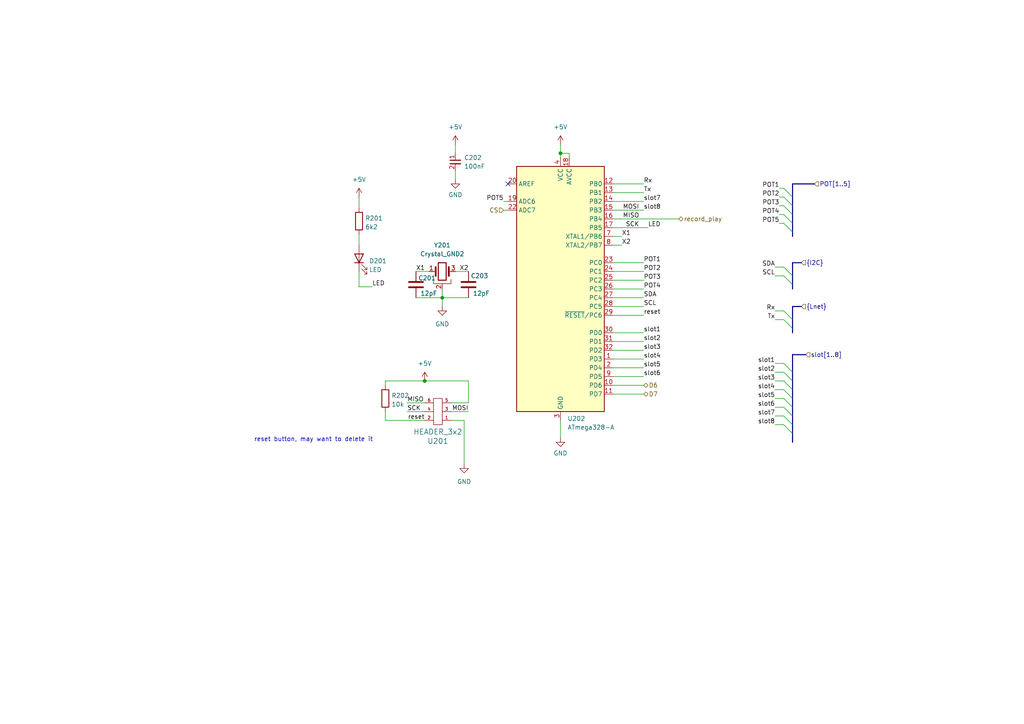
<source format=kicad_sch>
(kicad_sch (version 20230121) (generator eeschema)
  (paper "A4")
  (lib_symbols
    (symbol "Device:C" (pin_numbers hide) (pin_names (offset 0.254))
      (property "Reference" "C" (at 0.635 2.54 0))
      (property "Value" "C" (at 0.635 -2.54 0))
      (symbol "C_0_1"
        (polyline (pts (xy -2.032 -0.762) (xy 2.032 -0.762)) (stroke (width 0.508)))
        (polyline (pts (xy -2.032 0.762) (xy 2.032 0.762)) (stroke (width 0.508)))
      )
      (symbol "C_1_1"
        (pin passive line (at 0 3.81 270) (length 2.794) (name "~") (number "1"))
        (pin passive line (at 0 -3.81 90) (length 2.794) (name "~") (number "2"))
      )
    )
    (symbol "Device:LED" (pin_numbers hide) (pin_names (offset 1.016) hide)
      (property "Reference" "D" (at 0 2.54 0))
      (property "Value" "LED" (at 0 -2.54 0))
      (symbol "LED_0_1"
        (polyline (pts (xy -1.27 -1.27) (xy -1.27 1.27)) (stroke (width 0.254)))
        (polyline (pts (xy -1.27 0) (xy 1.27 0)))
        (polyline (pts (xy 1.27 -1.27) (xy 1.27 1.27) (xy -1.27 0) (xy 1.27 -1.27)) (stroke (width 0.254)))
        (polyline (pts (xy -3.048 -0.762) (xy -4.572 -2.286) (xy -3.81 -2.286) (xy -4.572 -2.286) (xy -4.572 -1.524)))
        (polyline (pts (xy -1.778 -0.762) (xy -3.302 -2.286) (xy -2.54 -2.286) (xy -3.302 -2.286) (xy -3.302 -1.524)))
      )
      (symbol "LED_1_1"
        (pin passive line (at -3.81 0 0) (length 2.54) (name "K") (number "1"))
        (pin passive line (at 3.81 0 180) (length 2.54) (name "A") (number "2"))
      )
    )
    (symbol "Device:R" (pin_numbers hide) (pin_names (offset 0))
      (property "Reference" "R" (at 2.032 0 90))
      (property "Value" "R" (at 0 0 90))
      (symbol "R_0_1"
        (rectangle (start -1.016 -2.54) (end 1.016 2.54) (stroke (width 0.254)))
      )
      (symbol "R_1_1"
        (pin passive line (at 0 3.81 270) (length 1.27) (name "~") (number "1"))
        (pin passive line (at 0 -3.81 90) (length 1.27) (name "~") (number "2"))
      )
    )
    (symbol "GND_1" (power) (pin_names (offset 0))
      (property "Value" "GND_1" (at 0 -3.81 0))
      (symbol "GND_1_0_1"
        (polyline (pts (xy 0 0) (xy 0 -1.27) (xy 1.27 -1.27) (xy 0 -2.54) (xy -1.27 -1.27) (xy 0 -1.27)))
      )
      (symbol "GND_1_1_1"
        (pin power_in line (at 0 0 270) (length 0) hide (name "GND") (number "1"))
      )
    )
    (symbol "MCU_Microchip_ATmega:ATmega328-A"
      (property "Reference" "U" (at -12.7 36.83 0))
      (property "Value" "ATmega328-A" (at 2.54 -36.83 0))
      (symbol "ATmega328-A_0_1"
        (rectangle (start -12.7 -35.56) (end 12.7 35.56) (stroke (width 0.254)) (fill (type background)))
      )
      (symbol "ATmega328-A_1_1"
        (pin bidirectional line (at 15.24 -20.32 180) (length 2.54) (name "PD3") (number "1"))
        (pin bidirectional line (at 15.24 -27.94 180) (length 2.54) (name "PD6") (number "10"))
        (pin bidirectional line (at 15.24 -30.48 180) (length 2.54) (name "PD7") (number "11"))
        (pin bidirectional line (at 15.24 30.48 180) (length 2.54) (name "PB0") (number "12"))
        (pin bidirectional line (at 15.24 27.94 180) (length 2.54) (name "PB1") (number "13"))
        (pin bidirectional line (at 15.24 25.4 180) (length 2.54) (name "PB2") (number "14"))
        (pin bidirectional line (at 15.24 22.86 180) (length 2.54) (name "PB3") (number "15"))
        (pin bidirectional line (at 15.24 20.32 180) (length 2.54) (name "PB4") (number "16"))
        (pin bidirectional line (at 15.24 17.78 180) (length 2.54) (name "PB5") (number "17"))
        (pin power_in line (at 2.54 38.1 270) (length 2.54) (name "AVCC") (number "18"))
        (pin input line (at -15.24 25.4 0) (length 2.54) (name "ADC6") (number "19"))
        (pin bidirectional line (at 15.24 -22.86 180) (length 2.54) (name "PD4") (number "2"))
        (pin passive line (at -15.24 30.48 0) (length 2.54) (name "AREF") (number "20"))
        (pin passive line (at 0 -38.1 90) (length 2.54) hide (name "GND") (number "21"))
        (pin input line (at -15.24 22.86 0) (length 2.54) (name "ADC7") (number "22"))
        (pin bidirectional line (at 15.24 7.62 180) (length 2.54) (name "PC0") (number "23"))
        (pin bidirectional line (at 15.24 5.08 180) (length 2.54) (name "PC1") (number "24"))
        (pin bidirectional line (at 15.24 2.54 180) (length 2.54) (name "PC2") (number "25"))
        (pin bidirectional line (at 15.24 0 180) (length 2.54) (name "PC3") (number "26"))
        (pin bidirectional line (at 15.24 -2.54 180) (length 2.54) (name "PC4") (number "27"))
        (pin bidirectional line (at 15.24 -5.08 180) (length 2.54) (name "PC5") (number "28"))
        (pin bidirectional line (at 15.24 -7.62 180) (length 2.54) (name "~{RESET}/PC6") (number "29"))
        (pin power_in line (at 0 -38.1 90) (length 2.54) (name "GND") (number "3"))
        (pin bidirectional line (at 15.24 -12.7 180) (length 2.54) (name "PD0") (number "30"))
        (pin bidirectional line (at 15.24 -15.24 180) (length 2.54) (name "PD1") (number "31"))
        (pin bidirectional line (at 15.24 -17.78 180) (length 2.54) (name "PD2") (number "32"))
        (pin power_in line (at 0 38.1 270) (length 2.54) (name "VCC") (number "4"))
        (pin passive line (at 0 -38.1 90) (length 2.54) hide (name "GND") (number "5"))
        (pin passive line (at 0 38.1 270) (length 2.54) hide (name "VCC") (number "6"))
        (pin bidirectional line (at 15.24 15.24 180) (length 2.54) (name "XTAL1/PB6") (number "7"))
        (pin bidirectional line (at 15.24 12.7 180) (length 2.54) (name "XTAL2/PB7") (number "8"))
        (pin bidirectional line (at 15.24 -25.4 180) (length 2.54) (name "PD5") (number "9"))
      )
    )
    (symbol "capacitor_miscellaneous:C_0402_100nF"
      (property "Reference" "U" (at 1.27 2.54 0))
      (property "Value" "100nF" (at 3.81 -2.54 0))
      (property "JLCPCB Part#" "C307331" (at 0 0 0))
      (symbol "C_0402_100nF_0_1"
        (polyline (pts (xy -1.524 -0.508) (xy 1.524 -0.508)) (stroke (width 0.3302)))
        (polyline (pts (xy -1.524 0.508) (xy 1.524 0.508)) (stroke (width 0.3048)))
      )
      (symbol "C_0402_100nF_1_1"
        (pin passive line (at 0 2.54 270) (length 2.032) (name "~") (number "1"))
        (pin passive line (at 0 -2.54 90) (length 2.032) (name "~") (number "2"))
      )
    )
    (symbol "custom_kicad_lib_sk:crystal_arduino" (pin_names (offset 1.016) hide)
      (property "Reference" "Y" (at 0 5.715 0))
      (property "Value" "Crystal_GND2" (at 0 3.81 0))
      (property "JLCPCB Part#" "C13738" (at 0 0 0))
      (symbol "crystal_arduino_0_1"
        (rectangle (start -1.143 2.54) (end 1.143 -2.54) (stroke (width 0.3048)))
        (polyline (pts (xy -2.54 0) (xy -1.905 0)))
        (polyline (pts (xy -1.905 -1.27) (xy -1.905 1.27)) (stroke (width 0.508)))
        (polyline (pts (xy 0 -3.81) (xy 0 -3.556)))
        (polyline (pts (xy 1.905 0) (xy 2.54 0)))
        (polyline (pts (xy 1.905 1.27) (xy 1.905 -1.27)) (stroke (width 0.508)))
        (polyline (pts (xy -2.54 -2.286) (xy -2.54 -3.556) (xy 2.54 -3.556) (xy 2.54 -2.286)))
      )
      (symbol "crystal_arduino_1_1"
        (pin passive line (at -3.81 0 0) (length 1.27) (name "1") (number "1"))
        (pin passive line (at 0 -5.08 90) (length 1.27) (name "GND") (number "2"))
        (pin passive line (at 3.81 0 180) (length 1.27) (name "3") (number "3"))
        (pin passive line (at 0 -5.08 90) (length 1.27) hide (name "GND") (number "4"))
      )
    )
    (symbol "power:+5V" (power) (pin_names (offset 0))
      (property "Value" "+5V" (at 0 3.556 0))
      (symbol "+5V_0_1"
        (polyline (pts (xy -0.762 1.27) (xy 0 2.54)))
        (polyline (pts (xy 0 0) (xy 0 2.54)))
        (polyline (pts (xy 0 2.54) (xy 0.762 1.27)))
      )
      (symbol "+5V_1_1"
        (pin power_in line (at 0 0 90) (length 0) hide (name "+5V") (number "1"))
      )
    )
    (symbol "power:GND" (power) (pin_names (offset 0))
      (property "Value" "GND" (at 0 -3.81 0))
      (symbol "GND_0_1"
        (polyline (pts (xy 0 0) (xy 0 -1.27) (xy 1.27 -1.27) (xy 0 -2.54) (xy -1.27 -1.27) (xy 0 -1.27)))
      )
      (symbol "GND_1_1"
        (pin power_in line (at 0 0 270) (length 0) hide (name "GND") (number "1"))
      )
    )
    (symbol "servoDriverSMD-rescue:HEADER_3x2-w_connectors" (pin_names (offset 0))
      (property "Reference" "J" (at 0 5.08 0))
      (property "Value" "HEADER_3x2-w_connectors" (at 0 -5.08 0))
      (symbol "HEADER_3x2-w_connectors_0_1"
        (rectangle (start 1.27 3.81) (end -1.27 -3.81))
      )
      (symbol "HEADER_3x2-w_connectors_1_1"
        (pin passive line (at -3.81 2.54 0) (length 2.54) (name "~") (number "1"))
        (pin passive line (at 3.81 2.54 180) (length 2.54) (name "~") (number "2"))
        (pin passive line (at -3.81 0 0) (length 2.54) (name "~") (number "3"))
        (pin passive line (at 3.81 0 180) (length 2.54) (name "~") (number "4"))
        (pin passive line (at -3.81 -2.54 0) (length 2.54) (name "~") (number "5"))
        (pin passive line (at 3.81 -2.54 180) (length 2.54) (name "~") (number "6"))
      )
    )
  )
  (junction (at 128.27 86.36))
  (junction (at 162.56 44.45))
  (junction (at 123.19 110.49))
  (no_connect (at 147.32 53.34))
  (bus_entry (at 227.33 113.03) (size 2.54 2.54))
  (bus_entry (at 227.33 115.57) (size 2.54 2.54))
  (bus_entry (at 227.33 77.47) (size 2.54 2.54))
  (bus_entry (at 227.33 110.49) (size 2.54 2.54))
  (bus_entry (at 227.33 120.65) (size 2.54 2.54))
  (bus_entry (at 227.33 80.01) (size 2.54 2.54))
  (bus_entry (at 227.33 54.61) (size 2.54 2.54))
  (bus_entry (at 227.33 90.17) (size 2.54 2.54))
  (bus_entry (at 227.33 92.71) (size 2.54 2.54))
  (bus_entry (at 227.33 59.69) (size 2.54 2.54))
  (bus_entry (at 227.33 57.15) (size 2.54 2.54))
  (bus_entry (at 227.33 105.41) (size 2.54 2.54))
  (bus_entry (at 227.33 64.77) (size 2.54 2.54))
  (bus_entry (at 227.33 62.23) (size 2.54 2.54))
  (bus_entry (at 227.33 118.11) (size 2.54 2.54))
  (bus_entry (at 227.33 107.95) (size 2.54 2.54))
  (bus_entry (at 227.33 123.19) (size 2.54 2.54))
  (wire (pts (xy 162.56 44.45) (xy 162.56 45.72)))
  (bus (pts (xy 229.87 110.49) (xy 229.87 107.95)))
  (wire (pts (xy 224.79 92.71) (xy 227.33 92.71)))
  (wire (pts (xy 128.27 86.36) (xy 135.89 86.36)))
  (wire (pts (xy 177.8 55.88) (xy 186.69 55.88)))
  (wire (pts (xy 123.19 110.49) (xy 135.89 110.49)))
  (bus (pts (xy 229.87 76.2) (xy 232.41 76.2)))
  (wire (pts (xy 130.81 116.84) (xy 135.89 116.84)))
  (wire (pts (xy 177.8 53.34) (xy 186.69 53.34)))
  (bus (pts (xy 229.87 83.82) (xy 229.87 82.55)))
  (wire (pts (xy 224.79 80.01) (xy 227.33 80.01)))
  (wire (pts (xy 134.62 121.92) (xy 130.81 121.92)))
  (wire (pts (xy 165.1 44.45) (xy 162.56 44.45)))
  (wire (pts (xy 224.79 77.47) (xy 227.33 77.47)))
  (wire (pts (xy 226.06 59.69) (xy 227.33 59.69)))
  (wire (pts (xy 177.8 111.76) (xy 186.69 111.76)))
  (bus (pts (xy 229.87 88.9) (xy 232.41 88.9)))
  (wire (pts (xy 123.19 119.38) (xy 118.11 119.38)))
  (wire (pts (xy 124.46 78.74) (xy 120.65 78.74)))
  (bus (pts (xy 229.87 62.23) (xy 229.87 64.77)))
  (wire (pts (xy 177.8 66.04) (xy 187.96 66.04)))
  (bus (pts (xy 229.87 113.03) (xy 229.87 110.49)))
  (wire (pts (xy 177.8 76.2) (xy 186.69 76.2)))
  (wire (pts (xy 111.76 121.92) (xy 123.19 121.92)))
  (wire (pts (xy 224.79 115.57) (xy 227.33 115.57)))
  (wire (pts (xy 224.79 107.95) (xy 227.33 107.95)))
  (wire (pts (xy 111.76 110.49) (xy 123.19 110.49)))
  (bus (pts (xy 229.87 128.27) (xy 229.87 125.73)))
  (wire (pts (xy 224.79 90.17) (xy 227.33 90.17)))
  (wire (pts (xy 226.06 62.23) (xy 227.33 62.23)))
  (wire (pts (xy 226.06 57.15) (xy 227.33 57.15)))
  (wire (pts (xy 104.14 78.74) (xy 104.14 83.185)))
  (wire (pts (xy 177.8 91.44) (xy 186.69 91.44)))
  (wire (pts (xy 135.89 116.84) (xy 135.89 110.49)))
  (bus (pts (xy 229.87 120.65) (xy 229.87 118.11)))
  (wire (pts (xy 177.8 71.12) (xy 180.34 71.12)))
  (bus (pts (xy 229.87 95.25) (xy 229.87 92.71)))
  (wire (pts (xy 226.06 64.77) (xy 227.33 64.77)))
  (wire (pts (xy 162.56 121.92) (xy 162.56 127)))
  (bus (pts (xy 229.87 118.11) (xy 229.87 115.57)))
  (wire (pts (xy 177.8 109.22) (xy 186.69 109.22)))
  (wire (pts (xy 224.79 123.19) (xy 227.33 123.19)))
  (wire (pts (xy 146.05 58.42) (xy 147.32 58.42)))
  (wire (pts (xy 111.76 119.38) (xy 111.76 121.92)))
  (wire (pts (xy 226.06 54.61) (xy 227.33 54.61)))
  (bus (pts (xy 229.87 107.95) (xy 229.87 102.87)))
  (wire (pts (xy 130.81 119.38) (xy 135.89 119.38)))
  (wire (pts (xy 224.79 110.49) (xy 227.33 110.49)))
  (bus (pts (xy 229.87 125.73) (xy 229.87 123.19)))
  (wire (pts (xy 177.8 83.82) (xy 186.69 83.82)))
  (wire (pts (xy 104.14 67.945) (xy 104.14 71.12)))
  (wire (pts (xy 128.27 83.82) (xy 128.27 86.36)))
  (bus (pts (xy 229.87 80.01) (xy 229.87 76.2)))
  (wire (pts (xy 132.08 78.74) (xy 135.89 78.74)))
  (bus (pts (xy 229.87 64.77) (xy 229.87 67.31)))
  (bus (pts (xy 229.87 102.87) (xy 233.68 102.87)))
  (wire (pts (xy 146.05 60.96) (xy 147.32 60.96)))
  (wire (pts (xy 162.56 41.91) (xy 162.56 44.45)))
  (bus (pts (xy 229.87 92.71) (xy 229.87 88.9)))
  (wire (pts (xy 134.62 121.92) (xy 134.62 134.62)))
  (wire (pts (xy 177.8 68.58) (xy 180.34 68.58)))
  (wire (pts (xy 177.8 114.3) (xy 186.69 114.3)))
  (wire (pts (xy 177.8 86.36) (xy 186.69 86.36)))
  (wire (pts (xy 224.79 105.41) (xy 227.33 105.41)))
  (bus (pts (xy 229.87 82.55) (xy 229.87 80.01)))
  (wire (pts (xy 118.11 116.84) (xy 123.19 116.84)))
  (wire (pts (xy 104.14 57.15) (xy 104.14 60.325)))
  (bus (pts (xy 229.87 67.31) (xy 229.87 68.58)))
  (wire (pts (xy 177.8 88.9) (xy 186.69 88.9)))
  (bus (pts (xy 229.87 59.69) (xy 229.87 57.15)))
  (wire (pts (xy 132.08 49.53) (xy 132.08 52.07)))
  (bus (pts (xy 229.87 115.57) (xy 229.87 113.03)))
  (wire (pts (xy 177.8 60.96) (xy 186.69 60.96)))
  (wire (pts (xy 111.76 110.49) (xy 111.76 111.76)))
  (wire (pts (xy 107.95 83.185) (xy 104.14 83.185)))
  (wire (pts (xy 177.8 81.28) (xy 186.69 81.28)))
  (wire (pts (xy 177.8 99.06) (xy 186.69 99.06)))
  (wire (pts (xy 120.65 86.36) (xy 128.27 86.36)))
  (wire (pts (xy 132.08 41.91) (xy 132.08 44.45)))
  (wire (pts (xy 177.8 96.52) (xy 186.69 96.52)))
  (wire (pts (xy 224.79 118.11) (xy 227.33 118.11)))
  (wire (pts (xy 177.8 101.6) (xy 186.69 101.6)))
  (wire (pts (xy 128.27 86.36) (xy 128.27 88.9)))
  (wire (pts (xy 165.1 45.72) (xy 165.1 44.45)))
  (bus (pts (xy 229.87 53.34) (xy 236.22 53.34)))
  (wire (pts (xy 224.79 120.65) (xy 227.33 120.65)))
  (bus (pts (xy 229.87 96.52) (xy 229.87 95.25)))
  (bus (pts (xy 229.87 62.23) (xy 229.87 59.69)))
  (wire (pts (xy 224.79 113.03) (xy 227.33 113.03)))
  (wire (pts (xy 177.8 63.5) (xy 196.85 63.5)))
  (bus (pts (xy 229.87 123.19) (xy 229.87 120.65)))
  (wire (pts (xy 177.8 106.68) (xy 186.69 106.68)))
  (wire (pts (xy 177.8 78.74) (xy 186.69 78.74)))
  (wire (pts (xy 177.8 104.14) (xy 186.69 104.14)))
  (bus (pts (xy 229.87 57.15) (xy 229.87 53.34)))
  (wire (pts (xy 177.8 58.42) (xy 186.69 58.42)))
  (text "reset button, may want to delete it" (at 73.66 128.27 0) (effects (font (size 1.27 1.27)) (justify left bottom)))
  (label "POT1" (at 186.69 76.2 0))
  (label "SCK" (at 118.11 119.38 0))
  (label "reset" (at 186.69 91.44 0))
  (label "X1" (at 120.65 78.74 0))
  (label "X2" (at 180.34 71.12 0))
  (label "slot1" (at 224.79 105.41 180))
  (label "slot4" (at 186.69 104.14 0))
  (label "SCL" (at 224.79 80.01 180))
  (label "slot6" (at 224.79 118.11 180))
  (label "POT1" (at 226.06 54.61 180))
  (label "POT5" (at 146.05 58.42 180))
  (label "MISO" (at 118.11 116.84 0))
  (label "SCL" (at 186.69 88.9 0))
  (label "MOSI" (at 185.42 60.96 180))
  (label "reset" (at 123.19 121.92 180))
  (label "POT5" (at 226.06 64.77 180))
  (label "POT4" (at 226.06 62.23 180))
  (label "slot3" (at 186.69 101.6 0))
  (label "slot1" (at 186.69 96.52 0))
  (label "SDA" (at 186.69 86.36 0))
  (label "slot5" (at 224.79 115.57 180))
  (label "Rx" (at 186.69 53.34 0))
  (label "slot8" (at 224.79 123.19 180))
  (label "POT4" (at 186.69 83.82 0))
  (label "POT2" (at 186.69 78.74 0))
  (label "POT3" (at 226.06 59.69 180))
  (label "Tx" (at 186.69 55.88 0))
  (label "X1" (at 180.34 68.58 0))
  (label "Tx" (at 224.79 92.71 180))
  (label "SCK" (at 185.42 66.04 180))
  (label "LED" (at 187.96 66.04 0))
  (label "POT3" (at 186.69 81.28 0))
  (label "POT2" (at 226.06 57.15 180))
  (label "MISO" (at 185.42 63.5 180))
  (label "slot7" (at 224.79 120.65 180))
  (label "slot2" (at 224.79 107.95 180))
  (label "slot8" (at 186.69 60.96 0))
  (label "LED" (at 107.95 83.185 0))
  (label "slot6" (at 186.69 109.22 0))
  (label "slot7" (at 186.69 58.42 0))
  (label "SDA" (at 224.79 77.47 180))
  (label "MOSI" (at 135.89 119.38 180))
  (label "Rx" (at 224.79 90.17 180))
  (label "slot2" (at 186.69 99.06 0))
  (label "slot3" (at 224.79 110.49 180))
  (label "slot4" (at 224.79 113.03 180))
  (label "X2" (at 135.89 78.74 180))
  (label "slot5" (at 186.69 106.68 0))
  (hierarchical_label "record_play" (shape bidirectional) (at 196.85 63.5 0))
  (hierarchical_label "D7" (shape bidirectional) (at 186.69 114.3 0))
  (hierarchical_label "D6" (shape bidirectional) (at 186.69 111.76 0))
  (hierarchical_label "POT[1..5]" (shape input) (at 236.22 53.34 0))
  (hierarchical_label "CS" (shape input) (at 146.05 60.96 180))
  (hierarchical_label "slot[1..8]" (shape input) (at 233.68 102.87 0))
  (hierarchical_label "{I2C}" (shape input) (at 232.41 76.2 0))
  (hierarchical_label "{Lnet}" (shape input) (at 232.41 88.9 0))
  (symbol (lib_id "custom_kicad_lib_sk:crystal_arduino") (at 128.27 78.74 0) (unit 1)
    (property "Reference" "Y201" (at 128.27 71.12 0))
    (property "Value" "Crystal_GND2" (at 128.27 73.66 0))
    (property "Footprint" "custom_kicad_lib_sk:crystal_arduino" (effects hide))
    (property "JLCPCB Part#" "C13738" (effects hide))
    (instances (project "atmega328" (path "" (reference "Y201") (unit 1))) (project "pwmController" (path "" (reference "Y201") (unit 1))) (project "general_schematics" (path "" (reference "Y?") (unit 1)) (path "" (reference "Y1401") (unit 1))))
  )
  (symbol (lib_id "Device:C") (at 135.89 82.55 180) (unit 1)
    (property "Reference" "C203" (at 136.525 80.01 0) (effects (justify right)))
    (property "Value" "12pF" (at 137.16 85.09 0) (effects (justify right)))
    (property "Footprint" "Capacitor_SMD:C_0603_1608Metric" (effects hide))
    (property "JLCPCB Part#" "C38523" (effects hide))
    (instances (project "atmega328" (path "" (reference "C203") (unit 1))) (project "pwmController" (path "" (reference "C203") (unit 1))) (project "general_schematics" (path "" (reference "C?") (unit 1)) (path "" (reference "C1403") (unit 1))))
  )
  (symbol (lib_id "Device:R") (at 104.14 64.135 0) (unit 1)
    (property "Reference" "R201" (at 105.918 63.3003 0) (effects (justify left)))
    (property "Value" "6k2" (at 105.918 65.8372 0) (effects (justify left)))
    (property "Footprint" "Resistor_SMD:R_0603_1608Metric_Pad0.98x0.95mm_HandSolder" (effects hide))
    (property "JLCPCB Part#" "C4260" (effects hide))
    (instances (project "atmega328" (path "" (reference "R201") (unit 1))) (project "pwmController" (path "" (reference "R201") (unit 1))) (project "general_schematics" (path "" (reference "R1401") (unit 1))))
  )
  (symbol (lib_id "MCU_Microchip_ATmega:ATmega328-A") (at 162.56 83.82 0) (unit 1)
    (property "Reference" "U202" (at 164.5794 121.4104 0) (effects (justify left)))
    (property "Value" "ATmega328-A" (at 164.5794 123.9473 0) (effects (justify left)))
    (property "Footprint" "Package_QFP:TQFP-32_7x7mm_P0.8mm" (effects hide))
    (property "Datasheet" "http://ww1.microchip.com/downloads/en/DeviceDoc/ATmega328_P%20AVR%20MCU%20with%20picoPower%20Technology%20Data%20Sheet%2040001984A.pdf" (effects hide))
    (property "JLCPCB Part#" "C14877" (effects hide))
    (instances (project "atmega328" (path "" (reference "U202") (unit 1))) (project "pwmController" (path "" (reference "U202") (unit 1))) (project "general_schematics" (path "" (reference "U1402") (unit 1))))
  )
  (symbol (lib_id "power:GND") (at 132.08 52.07 0) (unit 1)
    (property "Reference" "#PWR0201" (effects hide))
    (property "Value" "GND" (at 132.08 56.5134 0))
    (instances (project "atmega328" (path "" (reference "#PWR0201") (unit 1))) (project "pwmController" (path "" (reference "#PWR0201") (unit 1))) (project "general_schematics" (path "" (reference "#PWR0137") (unit 1))))
  )
  (symbol (lib_id "Device:C") (at 120.65 82.55 180) (unit 1)
    (property "Reference" "C201" (at 121.285 80.645 0) (effects (justify right)))
    (property "Value" "12pF" (at 121.92 85.09 0) (effects (justify right)))
    (property "Footprint" "Capacitor_SMD:C_0603_1608Metric" (effects hide))
    (property "JLCPCB Part#" "C38523" (effects hide))
    (instances (project "atmega328" (path "" (reference "C201") (unit 1))) (project "pwmController" (path "" (reference "C201") (unit 1))) (project "general_schematics" (path "" (reference "C?") (unit 1)) (path "" (reference "C1401") (unit 1))))
  )
  (symbol (lib_id "power:+5V") (at 162.56 41.91 0) (unit 1)
    (property "Reference" "#PWR014" (effects hide))
    (property "Value" "+5V" (at 162.56 36.83 0))
  )
  (symbol (lib_name "GND_1") (lib_id "power:GND") (at 128.27 88.9 0) (unit 1)
    (property "Reference" "#PWR017" (effects hide))
    (property "Value" "GND" (at 128.27 93.98 0))
  )
  (symbol (lib_id "power:+5V") (at 123.19 110.49 0) (unit 1)
    (property "Reference" "#PWR01" (effects hide))
    (property "Value" "+5V" (at 123.19 105.41 0))
  )
  (symbol (lib_id "power:GND") (at 162.56 127 0) (unit 1)
    (property "Reference" "#PWR0202" (effects hide))
    (property "Value" "GND" (at 162.56 131.4434 0))
    (instances (project "atmega328" (path "" (reference "#PWR0202") (unit 1))) (project "pwmController" (path "" (reference "#PWR0202") (unit 1))) (project "general_schematics" (path "" (reference "#PWR0138") (unit 1))))
  )
  (symbol (lib_id "power:+5V") (at 104.14 57.15 0) (unit 1)
    (property "Reference" "#PWR013" (effects hide))
    (property "Value" "+5V" (at 104.14 52.07 0))
  )
  (symbol (lib_id "Device:LED") (at 104.14 74.93 90) (unit 1)
    (property "Reference" "D201" (at 107.061 75.6828 90) (effects (justify right)))
    (property "Value" "LED" (at 107.061 78.2197 90) (effects (justify right)))
    (property "Footprint" "LED_THT:LED_D3.0mm" (effects hide))
    (property "JLCPCB Part#" "C84256" (effects hide))
    (instances (project "atmega328" (path "" (reference "D201") (unit 1))) (project "pwmController" (path "" (reference "D201") (unit 1))) (project "general_schematics" (path "" (reference "D1401") (unit 1))))
  )
  (symbol (lib_name "GND_1") (lib_id "power:GND") (at 134.62 134.62 0) (unit 1)
    (property "Reference" "#PWR016" (effects hide))
    (property "Value" "GND" (at 134.62 139.7 0))
  )
  (symbol (lib_id "servoDriverSMD-rescue:HEADER_3x2-w_connectors") (at 127 119.38 180) (unit 1)
    (property "Reference" "U201" (at 127 127.9398 0) (effects (font (size 1.524 1.524))))
    (property "Value" "HEADER_3x2" (at 127 125.2474 0) (effects (font (size 1.524 1.524))))
    (property "Footprint" "Connector_PinSocket_1.27mm:PinSocket_2x03_P1.27mm_Vertical" (effects hide))
    (instances (project "atmega328" (path "" (reference "U201") (unit 1))) (project "pwmController" (path "" (reference "U201") (unit 1))) (project "general_schematics" (path "" (reference "U1401") (unit 1))))
  )
  (symbol (lib_id "Device:R") (at 111.76 115.57 0) (unit 1)
    (property "Reference" "R202" (at 113.538 114.7353 0) (effects (justify left)))
    (property "Value" "10k" (at 113.538 117.2722 0) (effects (justify left)))
    (property "Footprint" "Resistor_SMD:R_0402_1005Metric_Pad0.72x0.64mm_HandSolder" (effects hide))
    (property "JLCPCB Part#" "C25744" (effects hide))
    (instances (project "atmega328" (path "" (reference "R202") (unit 1))) (project "pwmController" (path "" (reference "R202") (unit 1))) (project "general_schematics" (path "" (reference "R1402") (unit 1))))
  )
  (symbol (lib_id "capacitor_miscellaneous:C_0402_100nF") (at 132.08 46.99 0) (unit 1)
    (property "Reference" "C202" (at 134.62 45.7263 0) (effects (justify left)))
    (property "Value" "100nF" (at 134.62 48.2663 0) (effects (justify left)))
    (property "Footprint" "Capacitor_SMD:C_0402_1005Metric" (effects hide))
    (property "JLCPCB Part#" "C307331" (effects hide))
  )
  (symbol (lib_id "power:+5V") (at 132.08 41.91 0) (unit 1)
    (property "Reference" "#PWR015" (effects hide))
    (property "Value" "+5V" (at 132.08 36.83 0))
  )
)
</source>
